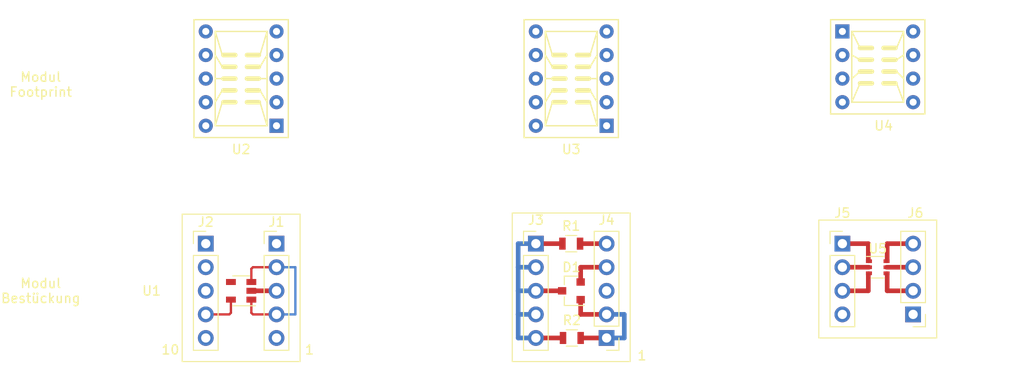
<source format=kicad_pcb>
(kicad_pcb (version 20171130) (host pcbnew "(5.1.4)-1")

  (general
    (thickness 1.6)
    (drawings 18)
    (tracks 52)
    (zones 0)
    (modules 14)
    (nets 52)
  )

  (page A4)
  (layers
    (0 F.Cu signal)
    (31 B.Cu signal)
    (32 B.Adhes user)
    (33 F.Adhes user)
    (34 B.Paste user)
    (35 F.Paste user)
    (36 B.SilkS user)
    (37 F.SilkS user)
    (38 B.Mask user)
    (39 F.Mask user)
    (40 Dwgs.User user)
    (41 Cmts.User user)
    (42 Eco1.User user)
    (43 Eco2.User user)
    (44 Edge.Cuts user)
    (45 Margin user)
    (46 B.CrtYd user)
    (47 F.CrtYd user)
    (48 B.Fab user)
    (49 F.Fab user)
  )

  (setup
    (last_trace_width 0.5)
    (user_trace_width 0.5)
    (trace_clearance 0.2)
    (zone_clearance 0.508)
    (zone_45_only no)
    (trace_min 0.2)
    (via_size 0.8)
    (via_drill 0.4)
    (via_min_size 0.4)
    (via_min_drill 0.3)
    (uvia_size 0.3)
    (uvia_drill 0.1)
    (uvias_allowed no)
    (uvia_min_size 0.2)
    (uvia_min_drill 0.1)
    (edge_width 0.05)
    (segment_width 0.2)
    (pcb_text_width 0.3)
    (pcb_text_size 1.5 1.5)
    (mod_edge_width 0.12)
    (mod_text_size 1 1)
    (mod_text_width 0.15)
    (pad_size 1.524 1.524)
    (pad_drill 0.762)
    (pad_to_mask_clearance 0.051)
    (solder_mask_min_width 0.25)
    (aux_axis_origin 0 0)
    (visible_elements 7FFFFFFF)
    (pcbplotparams
      (layerselection 0x010fc_ffffffff)
      (usegerberextensions false)
      (usegerberattributes false)
      (usegerberadvancedattributes false)
      (creategerberjobfile false)
      (excludeedgelayer true)
      (linewidth 0.100000)
      (plotframeref false)
      (viasonmask false)
      (mode 1)
      (useauxorigin false)
      (hpglpennumber 1)
      (hpglpenspeed 20)
      (hpglpendiameter 15.000000)
      (psnegative false)
      (psa4output false)
      (plotreference true)
      (plotvalue true)
      (plotinvisibletext false)
      (padsonsilk false)
      (subtractmaskfromsilk false)
      (outputformat 1)
      (mirror false)
      (drillshape 1)
      (scaleselection 1)
      (outputdirectory ""))
  )

  (net 0 "")
  (net 1 "Net-(J1-Pad2)")
  (net 2 "Net-(J2-Pad4)")
  (net 3 "Net-(U1-Pad4)")
  (net 4 "Net-(J1-Pad5)")
  (net 5 "Net-(J1-Pad3)")
  (net 6 "Net-(J1-Pad1)")
  (net 7 "Net-(J2-Pad1)")
  (net 8 "Net-(J2-Pad2)")
  (net 9 "Net-(J2-Pad3)")
  (net 10 "Net-(J2-Pad5)")
  (net 11 "Net-(D1-Pad3)")
  (net 12 "Net-(D1-Pad2)")
  (net 13 "Net-(D1-Pad1)")
  (net 14 "Net-(J4-Pad3)")
  (net 15 "Net-(J4-Pad5)")
  (net 16 "Net-(J5-Pad1)")
  (net 17 GND)
  (net 18 "Net-(J5-Pad3)")
  (net 19 "Net-(J5-Pad4)")
  (net 20 "Net-(J6-Pad4)")
  (net 21 VCC)
  (net 22 "Net-(J6-Pad2)")
  (net 23 "Net-(J6-Pad1)")
  (net 24 "Net-(U2-Pad1)")
  (net 25 "Net-(U2-Pad2)")
  (net 26 "Net-(U2-Pad3)")
  (net 27 "Net-(U2-Pad4)")
  (net 28 "Net-(U2-Pad5)")
  (net 29 "Net-(U2-Pad6)")
  (net 30 "Net-(U2-Pad7)")
  (net 31 "Net-(U2-Pad8)")
  (net 32 "Net-(U2-Pad9)")
  (net 33 "Net-(U2-Pad10)")
  (net 34 "Net-(U3-Pad10)")
  (net 35 "Net-(U3-Pad9)")
  (net 36 "Net-(U3-Pad8)")
  (net 37 "Net-(U3-Pad7)")
  (net 38 "Net-(U3-Pad6)")
  (net 39 "Net-(U3-Pad5)")
  (net 40 "Net-(U3-Pad4)")
  (net 41 "Net-(U3-Pad3)")
  (net 42 "Net-(U3-Pad2)")
  (net 43 "Net-(U3-Pad1)")
  (net 44 "Net-(U4-Pad1)")
  (net 45 "Net-(U4-Pad2)")
  (net 46 "Net-(U4-Pad3)")
  (net 47 "Net-(U4-Pad4)")
  (net 48 "Net-(U4-Pad5)")
  (net 49 "Net-(U4-Pad6)")
  (net 50 "Net-(U4-Pad7)")
  (net 51 "Net-(U4-Pad8)")

  (net_class Default "Dies ist die voreingestellte Netzklasse."
    (clearance 0.2)
    (trace_width 0.25)
    (via_dia 0.8)
    (via_drill 0.4)
    (uvia_dia 0.3)
    (uvia_drill 0.1)
    (add_net GND)
    (add_net "Net-(D1-Pad1)")
    (add_net "Net-(D1-Pad2)")
    (add_net "Net-(D1-Pad3)")
    (add_net "Net-(J1-Pad1)")
    (add_net "Net-(J1-Pad2)")
    (add_net "Net-(J1-Pad3)")
    (add_net "Net-(J1-Pad5)")
    (add_net "Net-(J2-Pad1)")
    (add_net "Net-(J2-Pad2)")
    (add_net "Net-(J2-Pad3)")
    (add_net "Net-(J2-Pad4)")
    (add_net "Net-(J2-Pad5)")
    (add_net "Net-(J4-Pad3)")
    (add_net "Net-(J4-Pad5)")
    (add_net "Net-(J5-Pad1)")
    (add_net "Net-(J5-Pad3)")
    (add_net "Net-(J5-Pad4)")
    (add_net "Net-(J6-Pad1)")
    (add_net "Net-(J6-Pad2)")
    (add_net "Net-(J6-Pad4)")
    (add_net "Net-(U1-Pad4)")
    (add_net "Net-(U2-Pad1)")
    (add_net "Net-(U2-Pad10)")
    (add_net "Net-(U2-Pad2)")
    (add_net "Net-(U2-Pad3)")
    (add_net "Net-(U2-Pad4)")
    (add_net "Net-(U2-Pad5)")
    (add_net "Net-(U2-Pad6)")
    (add_net "Net-(U2-Pad7)")
    (add_net "Net-(U2-Pad8)")
    (add_net "Net-(U2-Pad9)")
    (add_net "Net-(U3-Pad1)")
    (add_net "Net-(U3-Pad10)")
    (add_net "Net-(U3-Pad2)")
    (add_net "Net-(U3-Pad3)")
    (add_net "Net-(U3-Pad4)")
    (add_net "Net-(U3-Pad5)")
    (add_net "Net-(U3-Pad6)")
    (add_net "Net-(U3-Pad7)")
    (add_net "Net-(U3-Pad8)")
    (add_net "Net-(U3-Pad9)")
    (add_net "Net-(U4-Pad1)")
    (add_net "Net-(U4-Pad2)")
    (add_net "Net-(U4-Pad3)")
    (add_net "Net-(U4-Pad4)")
    (add_net "Net-(U4-Pad5)")
    (add_net "Net-(U4-Pad6)")
    (add_net "Net-(U4-Pad7)")
    (add_net "Net-(U4-Pad8)")
    (add_net VCC)
  )

  (module Pin_Headers:Pin_Header_Straight_1x05_Pitch2.54mm (layer F.Cu) (tedit 59650532) (tstamp 5D5697D8)
    (at 63.5 43.18)
    (descr "Through hole straight pin header, 1x05, 2.54mm pitch, single row")
    (tags "Through hole pin header THT 1x05 2.54mm single row")
    (path /5D5687DA)
    (fp_text reference J1 (at 0 -2.33) (layer F.SilkS)
      (effects (font (size 1 1) (thickness 0.15)))
    )
    (fp_text value Conn_01x05 (at 1.27 13.97) (layer F.Fab)
      (effects (font (size 1 1) (thickness 0.15)))
    )
    (fp_text user %R (at 0 5.08 180) (layer F.Fab)
      (effects (font (size 1 1) (thickness 0.15)))
    )
    (fp_line (start 1.8 -1.8) (end -1.8 -1.8) (layer F.CrtYd) (width 0.05))
    (fp_line (start 1.8 11.95) (end 1.8 -1.8) (layer F.CrtYd) (width 0.05))
    (fp_line (start -1.8 11.95) (end 1.8 11.95) (layer F.CrtYd) (width 0.05))
    (fp_line (start -1.8 -1.8) (end -1.8 11.95) (layer F.CrtYd) (width 0.05))
    (fp_line (start -1.33 -1.33) (end 0 -1.33) (layer F.SilkS) (width 0.12))
    (fp_line (start -1.33 0) (end -1.33 -1.33) (layer F.SilkS) (width 0.12))
    (fp_line (start -1.33 1.27) (end 1.33 1.27) (layer F.SilkS) (width 0.12))
    (fp_line (start 1.33 1.27) (end 1.33 11.49) (layer F.SilkS) (width 0.12))
    (fp_line (start -1.33 1.27) (end -1.33 11.49) (layer F.SilkS) (width 0.12))
    (fp_line (start -1.33 11.49) (end 1.33 11.49) (layer F.SilkS) (width 0.12))
    (fp_line (start -1.27 -0.635) (end -0.635 -1.27) (layer F.Fab) (width 0.1))
    (fp_line (start -1.27 11.43) (end -1.27 -0.635) (layer F.Fab) (width 0.1))
    (fp_line (start 1.27 11.43) (end -1.27 11.43) (layer F.Fab) (width 0.1))
    (fp_line (start 1.27 -1.27) (end 1.27 11.43) (layer F.Fab) (width 0.1))
    (fp_line (start -0.635 -1.27) (end 1.27 -1.27) (layer F.Fab) (width 0.1))
    (pad 5 thru_hole oval (at 0 10.16) (size 1.7 1.7) (drill 1) (layers *.Cu *.Mask)
      (net 4 "Net-(J1-Pad5)"))
    (pad 4 thru_hole oval (at 0 7.62) (size 1.7 1.7) (drill 1) (layers *.Cu *.Mask)
      (net 1 "Net-(J1-Pad2)"))
    (pad 3 thru_hole oval (at 0 5.08) (size 1.7 1.7) (drill 1) (layers *.Cu *.Mask)
      (net 5 "Net-(J1-Pad3)"))
    (pad 2 thru_hole oval (at 0 2.54) (size 1.7 1.7) (drill 1) (layers *.Cu *.Mask)
      (net 1 "Net-(J1-Pad2)"))
    (pad 1 thru_hole rect (at 0 0) (size 1.7 1.7) (drill 1) (layers *.Cu *.Mask)
      (net 6 "Net-(J1-Pad1)"))
    (model ${KISYS3DMOD}/Pin_Headers.3dshapes/Pin_Header_Straight_1x05_Pitch2.54mm.wrl
      (at (xyz 0 0 0))
      (scale (xyz 1 1 1))
      (rotate (xyz 0 0 0))
    )
  )

  (module Pin_Headers:Pin_Header_Straight_1x05_Pitch2.54mm (layer F.Cu) (tedit 59650532) (tstamp 5D56B97A)
    (at 55.88 43.18)
    (descr "Through hole straight pin header, 1x05, 2.54mm pitch, single row")
    (tags "Through hole pin header THT 1x05 2.54mm single row")
    (path /5D568003)
    (fp_text reference J2 (at 0 -2.33) (layer F.SilkS)
      (effects (font (size 1 1) (thickness 0.15)))
    )
    (fp_text value Conn_01x05 (at -2.54 13.97) (layer F.Fab)
      (effects (font (size 1 1) (thickness 0.15)))
    )
    (fp_line (start -0.635 -1.27) (end 1.27 -1.27) (layer F.Fab) (width 0.1))
    (fp_line (start 1.27 -1.27) (end 1.27 11.43) (layer F.Fab) (width 0.1))
    (fp_line (start 1.27 11.43) (end -1.27 11.43) (layer F.Fab) (width 0.1))
    (fp_line (start -1.27 11.43) (end -1.27 -0.635) (layer F.Fab) (width 0.1))
    (fp_line (start -1.27 -0.635) (end -0.635 -1.27) (layer F.Fab) (width 0.1))
    (fp_line (start -1.33 11.49) (end 1.33 11.49) (layer F.SilkS) (width 0.12))
    (fp_line (start -1.33 1.27) (end -1.33 11.49) (layer F.SilkS) (width 0.12))
    (fp_line (start 1.33 1.27) (end 1.33 11.49) (layer F.SilkS) (width 0.12))
    (fp_line (start -1.33 1.27) (end 1.33 1.27) (layer F.SilkS) (width 0.12))
    (fp_line (start -1.33 0) (end -1.33 -1.33) (layer F.SilkS) (width 0.12))
    (fp_line (start -1.33 -1.33) (end 0 -1.33) (layer F.SilkS) (width 0.12))
    (fp_line (start -1.8 -1.8) (end -1.8 11.95) (layer F.CrtYd) (width 0.05))
    (fp_line (start -1.8 11.95) (end 1.8 11.95) (layer F.CrtYd) (width 0.05))
    (fp_line (start 1.8 11.95) (end 1.8 -1.8) (layer F.CrtYd) (width 0.05))
    (fp_line (start 1.8 -1.8) (end -1.8 -1.8) (layer F.CrtYd) (width 0.05))
    (fp_text user %R (at 0 5.08 90) (layer F.Fab)
      (effects (font (size 1 1) (thickness 0.15)))
    )
    (pad 1 thru_hole rect (at 0 0) (size 1.7 1.7) (drill 1) (layers *.Cu *.Mask)
      (net 7 "Net-(J2-Pad1)"))
    (pad 2 thru_hole oval (at 0 2.54) (size 1.7 1.7) (drill 1) (layers *.Cu *.Mask)
      (net 8 "Net-(J2-Pad2)"))
    (pad 3 thru_hole oval (at 0 5.08) (size 1.7 1.7) (drill 1) (layers *.Cu *.Mask)
      (net 9 "Net-(J2-Pad3)"))
    (pad 4 thru_hole oval (at 0 7.62) (size 1.7 1.7) (drill 1) (layers *.Cu *.Mask)
      (net 2 "Net-(J2-Pad4)"))
    (pad 5 thru_hole oval (at 0 10.16) (size 1.7 1.7) (drill 1) (layers *.Cu *.Mask)
      (net 10 "Net-(J2-Pad5)"))
    (model ${KISYS3DMOD}/Pin_Headers.3dshapes/Pin_Header_Straight_1x05_Pitch2.54mm.wrl
      (at (xyz 0 0 0))
      (scale (xyz 1 1 1))
      (rotate (xyz 0 0 0))
    )
  )

  (module TO_SOT_Packages_SMD:SOT-23-5 (layer F.Cu) (tedit 58CE4E7E) (tstamp 5D5694A8)
    (at 59.69 48.26 180)
    (descr "5-pin SOT23 package")
    (tags SOT-23-5)
    (path /5D566303)
    (attr smd)
    (fp_text reference U1 (at 9.652 0) (layer F.SilkS)
      (effects (font (size 1 1) (thickness 0.15)))
    )
    (fp_text value MIC5501-3.0YM5 (at -13.716 -0.508) (layer F.Fab)
      (effects (font (size 1 1) (thickness 0.15)))
    )
    (fp_line (start 0.9 -1.55) (end 0.9 1.55) (layer F.Fab) (width 0.1))
    (fp_line (start 0.9 1.55) (end -0.9 1.55) (layer F.Fab) (width 0.1))
    (fp_line (start -0.9 -0.9) (end -0.9 1.55) (layer F.Fab) (width 0.1))
    (fp_line (start 0.9 -1.55) (end -0.25 -1.55) (layer F.Fab) (width 0.1))
    (fp_line (start -0.9 -0.9) (end -0.25 -1.55) (layer F.Fab) (width 0.1))
    (fp_line (start -1.9 1.8) (end -1.9 -1.8) (layer F.CrtYd) (width 0.05))
    (fp_line (start 1.9 1.8) (end -1.9 1.8) (layer F.CrtYd) (width 0.05))
    (fp_line (start 1.9 -1.8) (end 1.9 1.8) (layer F.CrtYd) (width 0.05))
    (fp_line (start -1.9 -1.8) (end 1.9 -1.8) (layer F.CrtYd) (width 0.05))
    (fp_line (start 0.9 -1.61) (end -1.55 -1.61) (layer F.SilkS) (width 0.12))
    (fp_line (start -0.9 1.61) (end 0.9 1.61) (layer F.SilkS) (width 0.12))
    (fp_text user %R (at 0 0 90) (layer F.Fab)
      (effects (font (size 0.5 0.5) (thickness 0.075)))
    )
    (pad 5 smd rect (at 1.1 -0.95 180) (size 1.06 0.65) (layers F.Cu F.Paste F.Mask)
      (net 2 "Net-(J2-Pad4)"))
    (pad 4 smd rect (at 1.1 0.95 180) (size 1.06 0.65) (layers F.Cu F.Paste F.Mask)
      (net 3 "Net-(U1-Pad4)"))
    (pad 3 smd rect (at -1.1 0.95 180) (size 1.06 0.65) (layers F.Cu F.Paste F.Mask)
      (net 1 "Net-(J1-Pad2)"))
    (pad 2 smd rect (at -1.1 0 180) (size 1.06 0.65) (layers F.Cu F.Paste F.Mask)
      (net 5 "Net-(J1-Pad3)"))
    (pad 1 smd rect (at -1.1 -0.95 180) (size 1.06 0.65) (layers F.Cu F.Paste F.Mask)
      (net 1 "Net-(J1-Pad2)"))
    (model ${KISYS3DMOD}/TO_SOT_Packages_SMD.3dshapes/SOT-23-5.wrl
      (at (xyz 0 0 0))
      (scale (xyz 1 1 1))
      (rotate (xyz 0 0 0))
    )
  )

  (module TO_SOT_Packages_SMD:SOT-23 (layer F.Cu) (tedit 58CE4E7E) (tstamp 5D5C3F69)
    (at 95.266 48.26 180)
    (descr "SOT-23, Standard")
    (tags SOT-23)
    (path /5D63877D)
    (attr smd)
    (fp_text reference D1 (at 0 2.54) (layer F.SilkS)
      (effects (font (size 1 1) (thickness 0.15)))
    )
    (fp_text value BAR43SFILM (at -11.414 -0.066) (layer F.Fab)
      (effects (font (size 1 1) (thickness 0.15)))
    )
    (fp_line (start 0.76 1.58) (end -0.7 1.58) (layer F.SilkS) (width 0.12))
    (fp_line (start 0.76 -1.58) (end -1.4 -1.58) (layer F.SilkS) (width 0.12))
    (fp_line (start -1.7 1.75) (end -1.7 -1.75) (layer F.CrtYd) (width 0.05))
    (fp_line (start 1.7 1.75) (end -1.7 1.75) (layer F.CrtYd) (width 0.05))
    (fp_line (start 1.7 -1.75) (end 1.7 1.75) (layer F.CrtYd) (width 0.05))
    (fp_line (start -1.7 -1.75) (end 1.7 -1.75) (layer F.CrtYd) (width 0.05))
    (fp_line (start 0.76 -1.58) (end 0.76 -0.65) (layer F.SilkS) (width 0.12))
    (fp_line (start 0.76 1.58) (end 0.76 0.65) (layer F.SilkS) (width 0.12))
    (fp_line (start -0.7 1.52) (end 0.7 1.52) (layer F.Fab) (width 0.1))
    (fp_line (start 0.7 -1.52) (end 0.7 1.52) (layer F.Fab) (width 0.1))
    (fp_line (start -0.7 -0.95) (end -0.15 -1.52) (layer F.Fab) (width 0.1))
    (fp_line (start -0.15 -1.52) (end 0.7 -1.52) (layer F.Fab) (width 0.1))
    (fp_line (start -0.7 -0.95) (end -0.7 1.5) (layer F.Fab) (width 0.1))
    (fp_text user %R (at 0 0) (layer F.Fab)
      (effects (font (size 0.5 0.5) (thickness 0.075)))
    )
    (pad 3 smd rect (at 1 0 180) (size 0.9 0.8) (layers F.Cu F.Paste F.Mask)
      (net 11 "Net-(D1-Pad3)"))
    (pad 2 smd rect (at -1 0.95 180) (size 0.9 0.8) (layers F.Cu F.Paste F.Mask)
      (net 12 "Net-(D1-Pad2)"))
    (pad 1 smd rect (at -1 -0.95 180) (size 0.9 0.8) (layers F.Cu F.Paste F.Mask)
      (net 13 "Net-(D1-Pad1)"))
    (model ${KISYS3DMOD}/TO_SOT_Packages_SMD.3dshapes/SOT-23.wrl
      (at (xyz 0 0 0))
      (scale (xyz 1 1 1))
      (rotate (xyz 0 0 0))
    )
  )

  (module Socket_Strips:Socket_Strip_Straight_1x05_Pitch2.54mm (layer F.Cu) (tedit 58CD5446) (tstamp 5D5C4124)
    (at 91.44 43.18)
    (descr "Through hole straight socket strip, 1x05, 2.54mm pitch, single row")
    (tags "Through hole socket strip THT 1x05 2.54mm single row")
    (path /5D63A4A1)
    (fp_text reference J3 (at 0 -2.54) (layer F.SilkS)
      (effects (font (size 1 1) (thickness 0.15)))
    )
    (fp_text value Conn_01x05 (at -2.54 13.97) (layer F.Fab)
      (effects (font (size 1 1) (thickness 0.15)))
    )
    (fp_text user %R (at 0 -2.54) (layer F.Fab)
      (effects (font (size 1 1) (thickness 0.15)))
    )
    (fp_line (start 1.8 -1.8) (end -1.8 -1.8) (layer F.CrtYd) (width 0.05))
    (fp_line (start 1.8 11.95) (end 1.8 -1.8) (layer F.CrtYd) (width 0.05))
    (fp_line (start -1.8 11.95) (end 1.8 11.95) (layer F.CrtYd) (width 0.05))
    (fp_line (start -1.8 -1.8) (end -1.8 11.95) (layer F.CrtYd) (width 0.05))
    (fp_line (start -1.33 -1.33) (end 0 -1.33) (layer F.SilkS) (width 0.12))
    (fp_line (start -1.33 0) (end -1.33 -1.33) (layer F.SilkS) (width 0.12))
    (fp_line (start 1.33 1.27) (end -1.33 1.27) (layer F.SilkS) (width 0.12))
    (fp_line (start 1.33 11.49) (end 1.33 1.27) (layer F.SilkS) (width 0.12))
    (fp_line (start -1.33 11.49) (end 1.33 11.49) (layer F.SilkS) (width 0.12))
    (fp_line (start -1.33 1.27) (end -1.33 11.49) (layer F.SilkS) (width 0.12))
    (fp_line (start 1.27 -1.27) (end -1.27 -1.27) (layer F.Fab) (width 0.1))
    (fp_line (start 1.27 11.43) (end 1.27 -1.27) (layer F.Fab) (width 0.1))
    (fp_line (start -1.27 11.43) (end 1.27 11.43) (layer F.Fab) (width 0.1))
    (fp_line (start -1.27 -1.27) (end -1.27 11.43) (layer F.Fab) (width 0.1))
    (pad 5 thru_hole oval (at 0 10.16) (size 1.7 1.7) (drill 1) (layers *.Cu *.Mask)
      (net 11 "Net-(D1-Pad3)"))
    (pad 4 thru_hole oval (at 0 7.62) (size 1.7 1.7) (drill 1) (layers *.Cu *.Mask)
      (net 11 "Net-(D1-Pad3)"))
    (pad 3 thru_hole oval (at 0 5.08) (size 1.7 1.7) (drill 1) (layers *.Cu *.Mask)
      (net 11 "Net-(D1-Pad3)"))
    (pad 2 thru_hole oval (at 0 2.54) (size 1.7 1.7) (drill 1) (layers *.Cu *.Mask)
      (net 11 "Net-(D1-Pad3)"))
    (pad 1 thru_hole rect (at 0 0) (size 1.7 1.7) (drill 1) (layers *.Cu *.Mask)
      (net 11 "Net-(D1-Pad3)"))
    (model ${KISYS3DMOD}/Socket_Strips.3dshapes/Socket_Strip_Straight_1x05_Pitch2.54mm.wrl
      (offset (xyz 0 -5.079999923706055 0))
      (scale (xyz 1 1 1))
      (rotate (xyz 0 0 270))
    )
  )

  (module Socket_Strips:Socket_Strip_Straight_1x05_Pitch2.54mm (layer F.Cu) (tedit 58CD5446) (tstamp 5D5C3E8C)
    (at 99.06 53.34 180)
    (descr "Through hole straight socket strip, 1x05, 2.54mm pitch, single row")
    (tags "Through hole socket strip THT 1x05 2.54mm single row")
    (path /5D63AA23)
    (fp_text reference J4 (at 0 12.7) (layer F.SilkS)
      (effects (font (size 1 1) (thickness 0.15)))
    )
    (fp_text value Conn_01x05 (at -2.54 -3.81) (layer F.Fab)
      (effects (font (size 1 1) (thickness 0.15)))
    )
    (fp_line (start -1.27 -1.27) (end -1.27 11.43) (layer F.Fab) (width 0.1))
    (fp_line (start -1.27 11.43) (end 1.27 11.43) (layer F.Fab) (width 0.1))
    (fp_line (start 1.27 11.43) (end 1.27 -1.27) (layer F.Fab) (width 0.1))
    (fp_line (start 1.27 -1.27) (end -1.27 -1.27) (layer F.Fab) (width 0.1))
    (fp_line (start -1.33 1.27) (end -1.33 11.49) (layer F.SilkS) (width 0.12))
    (fp_line (start -1.33 11.49) (end 1.33 11.49) (layer F.SilkS) (width 0.12))
    (fp_line (start 1.33 11.49) (end 1.33 1.27) (layer F.SilkS) (width 0.12))
    (fp_line (start 1.33 1.27) (end -1.33 1.27) (layer F.SilkS) (width 0.12))
    (fp_line (start -1.33 0) (end -1.33 -1.33) (layer F.SilkS) (width 0.12))
    (fp_line (start -1.33 -1.33) (end 0 -1.33) (layer F.SilkS) (width 0.12))
    (fp_line (start -1.8 -1.8) (end -1.8 11.95) (layer F.CrtYd) (width 0.05))
    (fp_line (start -1.8 11.95) (end 1.8 11.95) (layer F.CrtYd) (width 0.05))
    (fp_line (start 1.8 11.95) (end 1.8 -1.8) (layer F.CrtYd) (width 0.05))
    (fp_line (start 1.8 -1.8) (end -1.8 -1.8) (layer F.CrtYd) (width 0.05))
    (fp_text user %R (at 0 12.7) (layer F.Fab)
      (effects (font (size 1 1) (thickness 0.15)))
    )
    (pad 1 thru_hole rect (at 0 0 180) (size 1.7 1.7) (drill 1) (layers *.Cu *.Mask)
      (net 13 "Net-(D1-Pad1)"))
    (pad 2 thru_hole oval (at 0 2.54 180) (size 1.7 1.7) (drill 1) (layers *.Cu *.Mask)
      (net 13 "Net-(D1-Pad1)"))
    (pad 3 thru_hole oval (at 0 5.08 180) (size 1.7 1.7) (drill 1) (layers *.Cu *.Mask)
      (net 14 "Net-(J4-Pad3)"))
    (pad 4 thru_hole oval (at 0 7.62 180) (size 1.7 1.7) (drill 1) (layers *.Cu *.Mask)
      (net 12 "Net-(D1-Pad2)"))
    (pad 5 thru_hole oval (at 0 10.16 180) (size 1.7 1.7) (drill 1) (layers *.Cu *.Mask)
      (net 15 "Net-(J4-Pad5)"))
    (model ${KISYS3DMOD}/Socket_Strips.3dshapes/Socket_Strip_Straight_1x05_Pitch2.54mm.wrl
      (offset (xyz 0 -5.079999923706055 0))
      (scale (xyz 1 1 1))
      (rotate (xyz 0 0 270))
    )
  )

  (module Socket_Strips:Socket_Strip_Straight_1x04_Pitch2.54mm (layer F.Cu) (tedit 58CD5446) (tstamp 5D5C3090)
    (at 124.46 43.18)
    (descr "Through hole straight socket strip, 1x04, 2.54mm pitch, single row")
    (tags "Through hole socket strip THT 1x04 2.54mm single row")
    (path /5D5E265A)
    (fp_text reference J5 (at 0 -3.302) (layer F.SilkS)
      (effects (font (size 1 1) (thickness 0.15)))
    )
    (fp_text value Conn_01x04 (at -2.54 11.176) (layer F.Fab)
      (effects (font (size 1 1) (thickness 0.15)))
    )
    (fp_line (start -1.27 -1.27) (end -1.27 8.89) (layer F.Fab) (width 0.1))
    (fp_line (start -1.27 8.89) (end 1.27 8.89) (layer F.Fab) (width 0.1))
    (fp_line (start 1.27 8.89) (end 1.27 -1.27) (layer F.Fab) (width 0.1))
    (fp_line (start 1.27 -1.27) (end -1.27 -1.27) (layer F.Fab) (width 0.1))
    (fp_line (start -1.33 1.27) (end -1.33 8.95) (layer F.SilkS) (width 0.12))
    (fp_line (start -1.33 8.95) (end 1.33 8.95) (layer F.SilkS) (width 0.12))
    (fp_line (start 1.33 8.95) (end 1.33 1.27) (layer F.SilkS) (width 0.12))
    (fp_line (start 1.33 1.27) (end -1.33 1.27) (layer F.SilkS) (width 0.12))
    (fp_line (start -1.33 0) (end -1.33 -1.33) (layer F.SilkS) (width 0.12))
    (fp_line (start -1.33 -1.33) (end 0 -1.33) (layer F.SilkS) (width 0.12))
    (fp_line (start -1.8 -1.8) (end -1.8 9.4) (layer F.CrtYd) (width 0.05))
    (fp_line (start -1.8 9.4) (end 1.8 9.4) (layer F.CrtYd) (width 0.05))
    (fp_line (start 1.8 9.4) (end 1.8 -1.8) (layer F.CrtYd) (width 0.05))
    (fp_line (start 1.8 -1.8) (end -1.8 -1.8) (layer F.CrtYd) (width 0.05))
    (fp_text user %R (at 0 -3.302) (layer F.Fab)
      (effects (font (size 1 1) (thickness 0.15)))
    )
    (pad 1 thru_hole rect (at 0 0) (size 1.7 1.7) (drill 1) (layers *.Cu *.Mask)
      (net 16 "Net-(J5-Pad1)"))
    (pad 2 thru_hole oval (at 0 2.54) (size 1.7 1.7) (drill 1) (layers *.Cu *.Mask)
      (net 17 GND))
    (pad 3 thru_hole oval (at 0 5.08) (size 1.7 1.7) (drill 1) (layers *.Cu *.Mask)
      (net 18 "Net-(J5-Pad3)"))
    (pad 4 thru_hole oval (at 0 7.62) (size 1.7 1.7) (drill 1) (layers *.Cu *.Mask)
      (net 19 "Net-(J5-Pad4)"))
    (model ${KISYS3DMOD}/Socket_Strips.3dshapes/Socket_Strip_Straight_1x04_Pitch2.54mm.wrl
      (offset (xyz 0 -3.809999942779541 0))
      (scale (xyz 1 1 1))
      (rotate (xyz 0 0 270))
    )
  )

  (module Socket_Strips:Socket_Strip_Straight_1x04_Pitch2.54mm (layer F.Cu) (tedit 58CD5446) (tstamp 5D5C30A7)
    (at 132.08 50.8 180)
    (descr "Through hole straight socket strip, 1x04, 2.54mm pitch, single row")
    (tags "Through hole socket strip THT 1x04 2.54mm single row")
    (path /5D5E188E)
    (fp_text reference J6 (at -0.254 10.922) (layer F.SilkS)
      (effects (font (size 1 1) (thickness 0.15)))
    )
    (fp_text value Conn_01x04 (at -2.54 -3.556) (layer F.Fab)
      (effects (font (size 1 1) (thickness 0.15)))
    )
    (fp_text user %R (at -0.254 10.922) (layer F.Fab)
      (effects (font (size 1 1) (thickness 0.15)))
    )
    (fp_line (start 1.8 -1.8) (end -1.8 -1.8) (layer F.CrtYd) (width 0.05))
    (fp_line (start 1.8 9.4) (end 1.8 -1.8) (layer F.CrtYd) (width 0.05))
    (fp_line (start -1.8 9.4) (end 1.8 9.4) (layer F.CrtYd) (width 0.05))
    (fp_line (start -1.8 -1.8) (end -1.8 9.4) (layer F.CrtYd) (width 0.05))
    (fp_line (start -1.33 -1.33) (end 0 -1.33) (layer F.SilkS) (width 0.12))
    (fp_line (start -1.33 0) (end -1.33 -1.33) (layer F.SilkS) (width 0.12))
    (fp_line (start 1.33 1.27) (end -1.33 1.27) (layer F.SilkS) (width 0.12))
    (fp_line (start 1.33 8.95) (end 1.33 1.27) (layer F.SilkS) (width 0.12))
    (fp_line (start -1.33 8.95) (end 1.33 8.95) (layer F.SilkS) (width 0.12))
    (fp_line (start -1.33 1.27) (end -1.33 8.95) (layer F.SilkS) (width 0.12))
    (fp_line (start 1.27 -1.27) (end -1.27 -1.27) (layer F.Fab) (width 0.1))
    (fp_line (start 1.27 8.89) (end 1.27 -1.27) (layer F.Fab) (width 0.1))
    (fp_line (start -1.27 8.89) (end 1.27 8.89) (layer F.Fab) (width 0.1))
    (fp_line (start -1.27 -1.27) (end -1.27 8.89) (layer F.Fab) (width 0.1))
    (pad 4 thru_hole oval (at 0 7.62 180) (size 1.7 1.7) (drill 1) (layers *.Cu *.Mask)
      (net 20 "Net-(J6-Pad4)"))
    (pad 3 thru_hole oval (at 0 5.08 180) (size 1.7 1.7) (drill 1) (layers *.Cu *.Mask)
      (net 21 VCC))
    (pad 2 thru_hole oval (at 0 2.54 180) (size 1.7 1.7) (drill 1) (layers *.Cu *.Mask)
      (net 22 "Net-(J6-Pad2)"))
    (pad 1 thru_hole rect (at 0 0 180) (size 1.7 1.7) (drill 1) (layers *.Cu *.Mask)
      (net 23 "Net-(J6-Pad1)"))
    (model ${KISYS3DMOD}/Socket_Strips.3dshapes/Socket_Strip_Straight_1x04_Pitch2.54mm.wrl
      (offset (xyz 0 -3.809999942779541 0))
      (scale (xyz 1 1 1))
      (rotate (xyz 0 0 270))
    )
  )

  (module Resistors_SMD:R_0805 (layer F.Cu) (tedit 58E0A804) (tstamp 5D5C30B8)
    (at 95.25 43.18 180)
    (descr "Resistor SMD 0805, reflow soldering, Vishay (see dcrcw.pdf)")
    (tags "resistor 0805")
    (path /5D63940E)
    (attr smd)
    (fp_text reference R1 (at 0 1.905) (layer F.SilkS)
      (effects (font (size 1 1) (thickness 0.15)))
    )
    (fp_text value 470K (at -8.89 0) (layer F.Fab)
      (effects (font (size 1 1) (thickness 0.15)))
    )
    (fp_line (start 1.55 0.9) (end -1.55 0.9) (layer F.CrtYd) (width 0.05))
    (fp_line (start 1.55 0.9) (end 1.55 -0.9) (layer F.CrtYd) (width 0.05))
    (fp_line (start -1.55 -0.9) (end -1.55 0.9) (layer F.CrtYd) (width 0.05))
    (fp_line (start -1.55 -0.9) (end 1.55 -0.9) (layer F.CrtYd) (width 0.05))
    (fp_line (start -0.6 -0.88) (end 0.6 -0.88) (layer F.SilkS) (width 0.12))
    (fp_line (start 0.6 0.88) (end -0.6 0.88) (layer F.SilkS) (width 0.12))
    (fp_line (start -1 -0.62) (end 1 -0.62) (layer F.Fab) (width 0.1))
    (fp_line (start 1 -0.62) (end 1 0.62) (layer F.Fab) (width 0.1))
    (fp_line (start 1 0.62) (end -1 0.62) (layer F.Fab) (width 0.1))
    (fp_line (start -1 0.62) (end -1 -0.62) (layer F.Fab) (width 0.1))
    (fp_text user %R (at 0 0) (layer F.Fab)
      (effects (font (size 0.5 0.5) (thickness 0.075)))
    )
    (pad 2 smd rect (at 0.95 0 180) (size 0.7 1.3) (layers F.Cu F.Paste F.Mask)
      (net 11 "Net-(D1-Pad3)"))
    (pad 1 smd rect (at -0.95 0 180) (size 0.7 1.3) (layers F.Cu F.Paste F.Mask)
      (net 15 "Net-(J4-Pad5)"))
    (model ${KISYS3DMOD}/Resistors_SMD.3dshapes/R_0805.wrl
      (at (xyz 0 0 0))
      (scale (xyz 1 1 1))
      (rotate (xyz 0 0 0))
    )
  )

  (module Resistors_SMD:R_0805 (layer F.Cu) (tedit 58E0A804) (tstamp 5D5C30C9)
    (at 95.316 53.34)
    (descr "Resistor SMD 0805, reflow soldering, Vishay (see dcrcw.pdf)")
    (tags "resistor 0805")
    (path /5D639D06)
    (attr smd)
    (fp_text reference R2 (at 0 -1.905) (layer F.SilkS)
      (effects (font (size 1 1) (thickness 0.15)))
    )
    (fp_text value 1M (at 7.554 0) (layer F.Fab)
      (effects (font (size 1 1) (thickness 0.15)))
    )
    (fp_text user %R (at 0 0) (layer F.Fab)
      (effects (font (size 0.5 0.5) (thickness 0.075)))
    )
    (fp_line (start -1 0.62) (end -1 -0.62) (layer F.Fab) (width 0.1))
    (fp_line (start 1 0.62) (end -1 0.62) (layer F.Fab) (width 0.1))
    (fp_line (start 1 -0.62) (end 1 0.62) (layer F.Fab) (width 0.1))
    (fp_line (start -1 -0.62) (end 1 -0.62) (layer F.Fab) (width 0.1))
    (fp_line (start 0.6 0.88) (end -0.6 0.88) (layer F.SilkS) (width 0.12))
    (fp_line (start -0.6 -0.88) (end 0.6 -0.88) (layer F.SilkS) (width 0.12))
    (fp_line (start -1.55 -0.9) (end 1.55 -0.9) (layer F.CrtYd) (width 0.05))
    (fp_line (start -1.55 -0.9) (end -1.55 0.9) (layer F.CrtYd) (width 0.05))
    (fp_line (start 1.55 0.9) (end 1.55 -0.9) (layer F.CrtYd) (width 0.05))
    (fp_line (start 1.55 0.9) (end -1.55 0.9) (layer F.CrtYd) (width 0.05))
    (pad 1 smd rect (at -0.95 0) (size 0.7 1.3) (layers F.Cu F.Paste F.Mask)
      (net 11 "Net-(D1-Pad3)"))
    (pad 2 smd rect (at 0.95 0) (size 0.7 1.3) (layers F.Cu F.Paste F.Mask)
      (net 13 "Net-(D1-Pad1)"))
    (model ${KISYS3DMOD}/Resistors_SMD.3dshapes/R_0805.wrl
      (at (xyz 0 0 0))
      (scale (xyz 1 1 1))
      (rotate (xyz 0 0 0))
    )
  )

  (module Module:Mod_SOT23_TO_10DIL (layer F.Cu) (tedit 5D56BE6E) (tstamp 5D5C30F3)
    (at 58.42 25.4 180)
    (path /5D5C43E4)
    (fp_text reference U2 (at -1.27 -7.62 180) (layer F.SilkS)
      (effects (font (size 1 1) (thickness 0.15)))
    )
    (fp_text value Mod_MIC5501-3.0YM5-TR (at -1.27 7.62 180) (layer F.Fab)
      (effects (font (size 1 1) (thickness 0.15)))
    )
    (fp_line (start -6.35 6.35) (end -6.35 -6.35) (layer F.SilkS) (width 0.15))
    (fp_line (start -6.35 -6.35) (end 3.81 -6.35) (layer F.SilkS) (width 0.15))
    (fp_line (start 3.81 -6.35) (end 3.81 6.35) (layer F.SilkS) (width 0.15))
    (fp_line (start 3.81 6.35) (end -6.35 6.35) (layer F.SilkS) (width 0.15))
    (fp_line (start -1.905 -2.54) (end -3.175 -2.54) (layer F.SilkS) (width 0.5))
    (fp_line (start -1.905 -1.27) (end -3.175 -1.27) (layer F.SilkS) (width 0.5))
    (fp_line (start -1.905 1.27) (end -3.175 1.27) (layer F.SilkS) (width 0.5))
    (fp_line (start -1.905 0) (end -3.175 0) (layer F.SilkS) (width 0.5))
    (fp_line (start -1.905 2.54) (end -3.175 2.54) (layer F.SilkS) (width 0.5))
    (fp_line (start 0.635 -1.27) (end -0.635 -1.27) (layer F.SilkS) (width 0.5))
    (fp_line (start 0.635 -2.54) (end -0.635 -2.54) (layer F.SilkS) (width 0.5))
    (fp_line (start 0.635 1.27) (end -0.635 1.27) (layer F.SilkS) (width 0.5))
    (fp_line (start 0.635 2.54) (end -0.635 2.54) (layer F.SilkS) (width 0.5))
    (fp_line (start 0.635 0) (end -0.635 0) (layer F.SilkS) (width 0.5))
    (fp_line (start -3.302 -2.54) (end -4.064 -5.08) (layer F.SilkS) (width 0.15))
    (fp_line (start -3.302 -1.27) (end -4.064 -2.54) (layer F.SilkS) (width 0.15))
    (fp_line (start -3.302 0) (end -4.064 0) (layer F.SilkS) (width 0.15))
    (fp_line (start -3.302 1.27) (end -4.064 2.54) (layer F.SilkS) (width 0.15))
    (fp_line (start -3.302 2.54) (end -4.064 5.08) (layer F.SilkS) (width 0.15))
    (fp_line (start 0.762 -2.54) (end 1.524 -5.08) (layer F.SilkS) (width 0.15))
    (fp_line (start 0.762 -1.27) (end 1.524 -2.54) (layer F.SilkS) (width 0.15))
    (fp_line (start 0.635 0) (end 1.524 0) (layer F.SilkS) (width 0.15))
    (fp_line (start 0.762 1.27) (end 1.524 2.54) (layer F.SilkS) (width 0.15))
    (fp_line (start 0.762 2.54) (end 1.524 5.08) (layer F.SilkS) (width 0.15))
    (fp_line (start -4.064 -5.08) (end 1.524 -5.08) (layer F.SilkS) (width 0.15))
    (fp_line (start 1.524 -5.08) (end 1.524 5.08) (layer F.SilkS) (width 0.15))
    (fp_line (start 1.524 5.08) (end -4.064 5.08) (layer F.SilkS) (width 0.15))
    (fp_line (start -4.064 5.08) (end -4.064 -5.08) (layer F.SilkS) (width 0.15))
    (pad 1 thru_hole rect (at -5.08 -5.08 180) (size 1.524 1.524) (drill 0.762) (layers *.Cu *.Mask)
      (net 24 "Net-(U2-Pad1)"))
    (pad 2 thru_hole circle (at -5.08 -2.54 180) (size 1.524 1.524) (drill 0.762) (layers *.Cu *.Mask)
      (net 25 "Net-(U2-Pad2)"))
    (pad 3 thru_hole circle (at -5.08 0 180) (size 1.524 1.524) (drill 0.762) (layers *.Cu *.Mask)
      (net 26 "Net-(U2-Pad3)"))
    (pad 4 thru_hole circle (at -5.08 2.54 180) (size 1.524 1.524) (drill 0.762) (layers *.Cu *.Mask)
      (net 27 "Net-(U2-Pad4)"))
    (pad 5 thru_hole circle (at -5.08 5.08 180) (size 1.524 1.524) (drill 0.762) (layers *.Cu *.Mask)
      (net 28 "Net-(U2-Pad5)"))
    (pad 6 thru_hole circle (at 2.54 5.08 180) (size 1.524 1.524) (drill 0.762) (layers *.Cu *.Mask)
      (net 29 "Net-(U2-Pad6)"))
    (pad 7 thru_hole circle (at 2.54 2.54 180) (size 1.524 1.524) (drill 0.762) (layers *.Cu *.Mask)
      (net 30 "Net-(U2-Pad7)"))
    (pad 8 thru_hole circle (at 2.54 0 180) (size 1.524 1.524) (drill 0.762) (layers *.Cu *.Mask)
      (net 31 "Net-(U2-Pad8)"))
    (pad 9 thru_hole circle (at 2.54 -2.54 180) (size 1.524 1.524) (drill 0.762) (layers *.Cu *.Mask)
      (net 32 "Net-(U2-Pad9)"))
    (pad 10 thru_hole circle (at 2.54 -5.08 180) (size 1.524 1.524) (drill 0.762) (layers *.Cu *.Mask)
      (net 33 "Net-(U2-Pad10)"))
  )

  (module Module:Mod_SOT23_TO_10DIL (layer F.Cu) (tedit 5D56BE6E) (tstamp 5D5C311D)
    (at 93.98 25.4 180)
    (path /5D5DB760)
    (fp_text reference U3 (at -1.27 -7.62 180) (layer F.SilkS)
      (effects (font (size 1 1) (thickness 0.15)))
    )
    (fp_text value Mod_Spannungsteiler (at -1.27 7.62 180) (layer F.Fab)
      (effects (font (size 1 1) (thickness 0.15)))
    )
    (fp_line (start -4.064 5.08) (end -4.064 -5.08) (layer F.SilkS) (width 0.15))
    (fp_line (start 1.524 5.08) (end -4.064 5.08) (layer F.SilkS) (width 0.15))
    (fp_line (start 1.524 -5.08) (end 1.524 5.08) (layer F.SilkS) (width 0.15))
    (fp_line (start -4.064 -5.08) (end 1.524 -5.08) (layer F.SilkS) (width 0.15))
    (fp_line (start 0.762 2.54) (end 1.524 5.08) (layer F.SilkS) (width 0.15))
    (fp_line (start 0.762 1.27) (end 1.524 2.54) (layer F.SilkS) (width 0.15))
    (fp_line (start 0.635 0) (end 1.524 0) (layer F.SilkS) (width 0.15))
    (fp_line (start 0.762 -1.27) (end 1.524 -2.54) (layer F.SilkS) (width 0.15))
    (fp_line (start 0.762 -2.54) (end 1.524 -5.08) (layer F.SilkS) (width 0.15))
    (fp_line (start -3.302 2.54) (end -4.064 5.08) (layer F.SilkS) (width 0.15))
    (fp_line (start -3.302 1.27) (end -4.064 2.54) (layer F.SilkS) (width 0.15))
    (fp_line (start -3.302 0) (end -4.064 0) (layer F.SilkS) (width 0.15))
    (fp_line (start -3.302 -1.27) (end -4.064 -2.54) (layer F.SilkS) (width 0.15))
    (fp_line (start -3.302 -2.54) (end -4.064 -5.08) (layer F.SilkS) (width 0.15))
    (fp_line (start 0.635 0) (end -0.635 0) (layer F.SilkS) (width 0.5))
    (fp_line (start 0.635 2.54) (end -0.635 2.54) (layer F.SilkS) (width 0.5))
    (fp_line (start 0.635 1.27) (end -0.635 1.27) (layer F.SilkS) (width 0.5))
    (fp_line (start 0.635 -2.54) (end -0.635 -2.54) (layer F.SilkS) (width 0.5))
    (fp_line (start 0.635 -1.27) (end -0.635 -1.27) (layer F.SilkS) (width 0.5))
    (fp_line (start -1.905 2.54) (end -3.175 2.54) (layer F.SilkS) (width 0.5))
    (fp_line (start -1.905 0) (end -3.175 0) (layer F.SilkS) (width 0.5))
    (fp_line (start -1.905 1.27) (end -3.175 1.27) (layer F.SilkS) (width 0.5))
    (fp_line (start -1.905 -1.27) (end -3.175 -1.27) (layer F.SilkS) (width 0.5))
    (fp_line (start -1.905 -2.54) (end -3.175 -2.54) (layer F.SilkS) (width 0.5))
    (fp_line (start 3.81 6.35) (end -6.35 6.35) (layer F.SilkS) (width 0.15))
    (fp_line (start 3.81 -6.35) (end 3.81 6.35) (layer F.SilkS) (width 0.15))
    (fp_line (start -6.35 -6.35) (end 3.81 -6.35) (layer F.SilkS) (width 0.15))
    (fp_line (start -6.35 6.35) (end -6.35 -6.35) (layer F.SilkS) (width 0.15))
    (pad 10 thru_hole circle (at 2.54 -5.08 180) (size 1.524 1.524) (drill 0.762) (layers *.Cu *.Mask)
      (net 34 "Net-(U3-Pad10)"))
    (pad 9 thru_hole circle (at 2.54 -2.54 180) (size 1.524 1.524) (drill 0.762) (layers *.Cu *.Mask)
      (net 35 "Net-(U3-Pad9)"))
    (pad 8 thru_hole circle (at 2.54 0 180) (size 1.524 1.524) (drill 0.762) (layers *.Cu *.Mask)
      (net 36 "Net-(U3-Pad8)"))
    (pad 7 thru_hole circle (at 2.54 2.54 180) (size 1.524 1.524) (drill 0.762) (layers *.Cu *.Mask)
      (net 37 "Net-(U3-Pad7)"))
    (pad 6 thru_hole circle (at 2.54 5.08 180) (size 1.524 1.524) (drill 0.762) (layers *.Cu *.Mask)
      (net 38 "Net-(U3-Pad6)"))
    (pad 5 thru_hole circle (at -5.08 5.08 180) (size 1.524 1.524) (drill 0.762) (layers *.Cu *.Mask)
      (net 39 "Net-(U3-Pad5)"))
    (pad 4 thru_hole circle (at -5.08 2.54 180) (size 1.524 1.524) (drill 0.762) (layers *.Cu *.Mask)
      (net 40 "Net-(U3-Pad4)"))
    (pad 3 thru_hole circle (at -5.08 0 180) (size 1.524 1.524) (drill 0.762) (layers *.Cu *.Mask)
      (net 41 "Net-(U3-Pad3)"))
    (pad 2 thru_hole circle (at -5.08 -2.54 180) (size 1.524 1.524) (drill 0.762) (layers *.Cu *.Mask)
      (net 42 "Net-(U3-Pad2)"))
    (pad 1 thru_hole rect (at -5.08 -5.08 180) (size 1.524 1.524) (drill 0.762) (layers *.Cu *.Mask)
      (net 43 "Net-(U3-Pad1)"))
  )

  (module Module:Mod_TSOP6_TO_8DIL (layer F.Cu) (tedit 5D56DC5F) (tstamp 5D5C3141)
    (at 129.54 24.13)
    (path /5D5DCE2D)
    (fp_text reference U4 (at -0.635 6.35 180) (layer F.SilkS)
      (effects (font (size 1 1) (thickness 0.15)))
    )
    (fp_text value Mod_74LVC2G14GW (at -1.905 -6.35 180) (layer F.Fab)
      (effects (font (size 1 1) (thickness 0.15)))
    )
    (fp_line (start -6.35 -5.08) (end 3.81 -5.08) (layer F.SilkS) (width 0.15))
    (fp_line (start -1.905 -2.032) (end -3.175 -2.032) (layer F.SilkS) (width 0.5))
    (fp_line (start -1.905 -0.762) (end -3.175 -0.762) (layer F.SilkS) (width 0.5))
    (fp_line (start -1.905 1.778) (end -3.175 1.778) (layer F.SilkS) (width 0.5))
    (fp_line (start -1.905 0.508) (end -3.175 0.508) (layer F.SilkS) (width 0.5))
    (fp_line (start 0.635 -0.762) (end -0.635 -0.762) (layer F.SilkS) (width 0.5))
    (fp_line (start 0.635 -2.032) (end -0.635 -2.032) (layer F.SilkS) (width 0.5))
    (fp_line (start 0.635 1.778) (end -0.635 1.778) (layer F.SilkS) (width 0.5))
    (fp_line (start 0.635 0.508) (end -0.635 0.508) (layer F.SilkS) (width 0.5))
    (fp_line (start -3.175 -2.032) (end -4.064 -3.81) (layer F.SilkS) (width 0.15))
    (fp_line (start -3.175 -0.762) (end -4.064 -1.27) (layer F.SilkS) (width 0.15))
    (fp_line (start -3.175 0.508) (end -4.064 1.27) (layer F.SilkS) (width 0.15))
    (fp_line (start -3.175 1.778) (end -4.064 3.81) (layer F.SilkS) (width 0.15))
    (fp_line (start 0.762 1.778) (end 1.524 3.81) (layer F.SilkS) (width 0.15))
    (fp_line (start 0.762 0.508) (end 1.524 1.27) (layer F.SilkS) (width 0.15))
    (fp_line (start 0.762 -0.762) (end 1.524 -1.27) (layer F.SilkS) (width 0.15))
    (fp_line (start 0.762 -2.032) (end 1.524 -3.81) (layer F.SilkS) (width 0.15))
    (fp_line (start -4.064 -3.81) (end 1.524 -3.81) (layer F.SilkS) (width 0.15))
    (fp_line (start 1.524 -3.81) (end 1.524 3.81) (layer F.SilkS) (width 0.15))
    (fp_line (start 1.524 3.81) (end -4.064 3.81) (layer F.SilkS) (width 0.15))
    (fp_line (start -4.064 3.81) (end -4.064 -3.81) (layer F.SilkS) (width 0.15))
    (fp_line (start -6.35 -5.08) (end -6.35 5.08) (layer F.SilkS) (width 0.15))
    (fp_line (start -6.35 5.08) (end 3.81 5.08) (layer F.SilkS) (width 0.15))
    (fp_line (start 3.81 5.08) (end 3.81 -5.08) (layer F.SilkS) (width 0.15))
    (pad 1 thru_hole rect (at -5.08 -3.81) (size 1.524 1.524) (drill 0.762) (layers *.Cu *.Mask)
      (net 44 "Net-(U4-Pad1)"))
    (pad 2 thru_hole circle (at -5.08 -1.27) (size 1.524 1.524) (drill 0.762) (layers *.Cu *.Mask)
      (net 45 "Net-(U4-Pad2)"))
    (pad 3 thru_hole circle (at -5.08 1.27) (size 1.524 1.524) (drill 0.762) (layers *.Cu *.Mask)
      (net 46 "Net-(U4-Pad3)"))
    (pad 4 thru_hole circle (at -5.08 3.81) (size 1.524 1.524) (drill 0.762) (layers *.Cu *.Mask)
      (net 47 "Net-(U4-Pad4)"))
    (pad 5 thru_hole circle (at 2.54 3.81) (size 1.524 1.524) (drill 0.762) (layers *.Cu *.Mask)
      (net 48 "Net-(U4-Pad5)"))
    (pad 6 thru_hole circle (at 2.54 1.27) (size 1.524 1.524) (drill 0.762) (layers *.Cu *.Mask)
      (net 49 "Net-(U4-Pad6)"))
    (pad 7 thru_hole circle (at 2.54 -1.27) (size 1.524 1.524) (drill 0.762) (layers *.Cu *.Mask)
      (net 50 "Net-(U4-Pad7)"))
    (pad 8 thru_hole circle (at 2.54 -3.81) (size 1.524 1.524) (drill 0.762) (layers *.Cu *.Mask)
      (net 51 "Net-(U4-Pad8)"))
  )

  (module TO_SOT_Packages_SMD:SOT-363_SC-70-6 (layer F.Cu) (tedit 58CE4E7F) (tstamp 5D5C3157)
    (at 128.27 45.72)
    (descr "SOT-363, SC-70-6")
    (tags "SOT-363 SC-70-6")
    (path /5D5DDCEE)
    (attr smd)
    (fp_text reference U5 (at 0 -2) (layer F.SilkS)
      (effects (font (size 1 1) (thickness 0.15)))
    )
    (fp_text value 74LVC2G14 (at 11.43 0 180) (layer F.Fab)
      (effects (font (size 1 1) (thickness 0.15)))
    )
    (fp_line (start -0.175 -1.1) (end -0.675 -0.6) (layer F.Fab) (width 0.1))
    (fp_line (start 0.675 1.1) (end -0.675 1.1) (layer F.Fab) (width 0.1))
    (fp_line (start 0.675 -1.1) (end 0.675 1.1) (layer F.Fab) (width 0.1))
    (fp_line (start -1.6 1.4) (end 1.6 1.4) (layer F.CrtYd) (width 0.05))
    (fp_line (start -0.675 -0.6) (end -0.675 1.1) (layer F.Fab) (width 0.1))
    (fp_line (start 0.675 -1.1) (end -0.175 -1.1) (layer F.Fab) (width 0.1))
    (fp_line (start -1.6 -1.4) (end 1.6 -1.4) (layer F.CrtYd) (width 0.05))
    (fp_line (start -1.6 -1.4) (end -1.6 1.4) (layer F.CrtYd) (width 0.05))
    (fp_line (start 1.6 1.4) (end 1.6 -1.4) (layer F.CrtYd) (width 0.05))
    (fp_line (start -0.7 1.16) (end 0.7 1.16) (layer F.SilkS) (width 0.12))
    (fp_line (start 0.7 -1.16) (end -1.2 -1.16) (layer F.SilkS) (width 0.12))
    (fp_text user %R (at 0 0 90) (layer F.Fab)
      (effects (font (size 0.5 0.5) (thickness 0.075)))
    )
    (pad 6 smd rect (at 0.95 -0.65) (size 0.65 0.4) (layers F.Cu F.Paste F.Mask)
      (net 20 "Net-(J6-Pad4)"))
    (pad 4 smd rect (at 0.95 0.65) (size 0.65 0.4) (layers F.Cu F.Paste F.Mask)
      (net 22 "Net-(J6-Pad2)"))
    (pad 2 smd rect (at -0.95 0) (size 0.65 0.4) (layers F.Cu F.Paste F.Mask)
      (net 17 GND))
    (pad 5 smd rect (at 0.95 0) (size 0.65 0.4) (layers F.Cu F.Paste F.Mask)
      (net 21 VCC))
    (pad 3 smd rect (at -0.95 0.65) (size 0.65 0.4) (layers F.Cu F.Paste F.Mask)
      (net 18 "Net-(J5-Pad3)"))
    (pad 1 smd rect (at -0.95 -0.65) (size 0.65 0.4) (layers F.Cu F.Paste F.Mask)
      (net 16 "Net-(J5-Pad1)"))
    (model ${KISYS3DMOD}/TO_SOT_Packages_SMD.3dshapes/SOT-363_SC-70-6.wrl
      (at (xyz 0 0 0))
      (scale (xyz 1 1 1))
      (rotate (xyz 0 0 0))
    )
  )

  (gr_text "Modul\nFootprint" (at 38.1 26.035) (layer F.SilkS)
    (effects (font (size 1 1) (thickness 0.15)))
  )
  (gr_text 1 (at 121.285 43.18) (layer Cmts.User)
    (effects (font (size 1 1) (thickness 0.15)))
  )
  (gr_text 1 (at 102.87 55.245) (layer F.SilkS)
    (effects (font (size 1 1) (thickness 0.15)))
  )
  (gr_text "Modul\nBestückung" (at 38.1 48.26) (layer F.SilkS)
    (effects (font (size 1 1) (thickness 0.15)))
  )
  (gr_line (start 121.92 53.34) (end 121.92 40.64) (layer F.SilkS) (width 0.12) (tstamp 5D5C45B3))
  (gr_line (start 134.62 53.34) (end 121.92 53.34) (layer F.SilkS) (width 0.12))
  (gr_line (start 134.62 40.64) (end 134.62 53.34) (layer F.SilkS) (width 0.12))
  (gr_line (start 121.92 40.64) (end 134.62 40.64) (layer F.SilkS) (width 0.12))
  (gr_line (start 88.9 39.878) (end 88.9 55.88) (layer F.SilkS) (width 0.12) (tstamp 5D5C4302))
  (gr_line (start 101.6 55.88) (end 88.9 55.88) (layer F.SilkS) (width 0.12))
  (gr_line (start 101.6 39.878) (end 101.6 55.88) (layer F.SilkS) (width 0.12))
  (gr_line (start 88.9 39.878) (end 101.6 39.878) (layer F.SilkS) (width 0.12))
  (gr_line (start 53.34 55.88) (end 53.34 40.005) (layer F.SilkS) (width 0.12) (tstamp 5D5C2A96))
  (gr_line (start 66.04 55.88) (end 53.34 55.88) (layer F.SilkS) (width 0.12))
  (gr_line (start 66.04 40.005) (end 66.04 55.88) (layer F.SilkS) (width 0.12))
  (gr_line (start 53.34 40.005) (end 66.04 40.005) (layer F.SilkS) (width 0.12))
  (gr_text 1 (at 67.056 54.61) (layer F.SilkS)
    (effects (font (size 1 1) (thickness 0.15)))
  )
  (gr_text 10 (at 52.07 54.61) (layer F.SilkS)
    (effects (font (size 1 1) (thickness 0.15)))
  )

  (segment (start 60.79 47.31) (end 60.79 45.89) (width 0.25) (layer F.Cu) (net 1))
  (segment (start 60.96 45.72) (end 63.5 45.72) (width 0.25) (layer F.Cu) (net 1))
  (segment (start 60.79 45.89) (end 60.96 45.72) (width 0.25) (layer F.Cu) (net 1))
  (segment (start 60.79 49.21) (end 60.79 50.63) (width 0.25) (layer F.Cu) (net 1))
  (segment (start 60.96 50.8) (end 63.5 50.8) (width 0.25) (layer F.Cu) (net 1))
  (segment (start 60.79 50.63) (end 60.96 50.8) (width 0.25) (layer F.Cu) (net 1))
  (segment (start 65.532 45.72) (end 63.5 45.72) (width 0.25) (layer B.Cu) (net 1))
  (segment (start 63.5 50.8) (end 65.532 50.8) (width 0.25) (layer B.Cu) (net 1))
  (segment (start 65.532 50.8) (end 65.532 45.72) (width 0.25) (layer B.Cu) (net 1))
  (segment (start 58.59 49.21) (end 58.59 50.63) (width 0.25) (layer F.Cu) (net 2))
  (segment (start 58.42 50.8) (end 55.88 50.8) (width 0.25) (layer F.Cu) (net 2))
  (segment (start 58.59 50.63) (end 58.42 50.8) (width 0.25) (layer F.Cu) (net 2))
  (segment (start 60.79 48.26) (end 63.5 48.26) (width 0.5) (layer F.Cu) (net 5))
  (segment (start 94.3 43.18) (end 91.44 43.18) (width 0.5) (layer F.Cu) (net 11))
  (segment (start 94.266 48.26) (end 91.44 48.26) (width 0.5) (layer F.Cu) (net 11))
  (segment (start 94.366 53.34) (end 91.44 53.34) (width 0.5) (layer F.Cu) (net 11))
  (segment (start 89.535 53.34) (end 91.44 53.34) (width 0.5) (layer B.Cu) (net 11))
  (segment (start 91.44 43.18) (end 89.535 43.18) (width 0.5) (layer B.Cu) (net 11))
  (segment (start 91.44 50.8) (end 89.535 50.8) (width 0.5) (layer B.Cu) (net 11))
  (segment (start 89.535 50.8) (end 89.535 53.34) (width 0.5) (layer B.Cu) (net 11))
  (segment (start 91.44 48.26) (end 89.535 48.26) (width 0.5) (layer B.Cu) (net 11))
  (segment (start 89.535 48.26) (end 89.535 50.8) (width 0.5) (layer B.Cu) (net 11))
  (segment (start 91.44 45.72) (end 89.535 45.72) (width 0.5) (layer B.Cu) (net 11))
  (segment (start 89.535 43.18) (end 89.535 45.72) (width 0.5) (layer B.Cu) (net 11))
  (segment (start 89.535 45.72) (end 89.535 48.26) (width 0.5) (layer B.Cu) (net 11))
  (segment (start 96.266 47.31) (end 96.266 45.72) (width 0.5) (layer F.Cu) (net 12))
  (segment (start 96.266 45.72) (end 99.06 45.72) (width 0.5) (layer F.Cu) (net 12))
  (segment (start 96.266 50.8) (end 99.06 50.8) (width 0.5) (layer F.Cu) (net 13))
  (segment (start 96.266 49.21) (end 96.266 50.8) (width 0.5) (layer F.Cu) (net 13))
  (segment (start 96.266 53.34) (end 99.06 53.34) (width 0.5) (layer F.Cu) (net 13))
  (segment (start 99.06 50.8) (end 100.965 50.8) (width 0.5) (layer B.Cu) (net 13))
  (segment (start 100.965 50.8) (end 100.965 53.34) (width 0.5) (layer B.Cu) (net 13))
  (segment (start 100.965 53.34) (end 99.06 53.34) (width 0.5) (layer B.Cu) (net 13))
  (segment (start 96.2 43.18) (end 99.06 43.18) (width 0.5) (layer F.Cu) (net 15))
  (segment (start 127.26999 45.01999) (end 127.32 45.01999) (width 0.5) (layer F.Cu) (net 16))
  (segment (start 127.254 45.004) (end 127.26999 45.01999) (width 0.5) (layer F.Cu) (net 16))
  (segment (start 127.254 43.18) (end 127.254 45.004) (width 0.5) (layer F.Cu) (net 16))
  (segment (start 124.46 43.18) (end 127.254 43.18) (width 0.5) (layer F.Cu) (net 16))
  (segment (start 127.32 45.72) (end 124.46 45.72) (width 0.5) (layer F.Cu) (net 17))
  (segment (start 124.46 48.26) (end 127.254 48.26) (width 0.5) (layer F.Cu) (net 18))
  (segment (start 127.26999 46.42001) (end 127.32 46.42001) (width 0.5) (layer F.Cu) (net 18))
  (segment (start 127.254 48.26) (end 127.254 46.436) (width 0.5) (layer F.Cu) (net 18))
  (segment (start 127.254 46.436) (end 127.26999 46.42001) (width 0.5) (layer F.Cu) (net 18))
  (segment (start 129.27001 45.01999) (end 129.22 45.01999) (width 0.5) (layer F.Cu) (net 20))
  (segment (start 129.286 45.004) (end 129.27001 45.01999) (width 0.5) (layer F.Cu) (net 20))
  (segment (start 132.08 43.18) (end 129.286 43.18) (width 0.5) (layer F.Cu) (net 20))
  (segment (start 129.286 43.18) (end 129.286 45.004) (width 0.5) (layer F.Cu) (net 20))
  (segment (start 129.22 45.72) (end 132.08 45.72) (width 0.5) (layer F.Cu) (net 21))
  (segment (start 132.08 48.26) (end 129.286 48.26) (width 0.5) (layer F.Cu) (net 22))
  (segment (start 129.27001 46.42001) (end 129.22 46.42001) (width 0.5) (layer F.Cu) (net 22))
  (segment (start 129.286 48.26) (end 129.286 46.436) (width 0.5) (layer F.Cu) (net 22))
  (segment (start 129.286 46.436) (end 129.27001 46.42001) (width 0.5) (layer F.Cu) (net 22))

)

</source>
